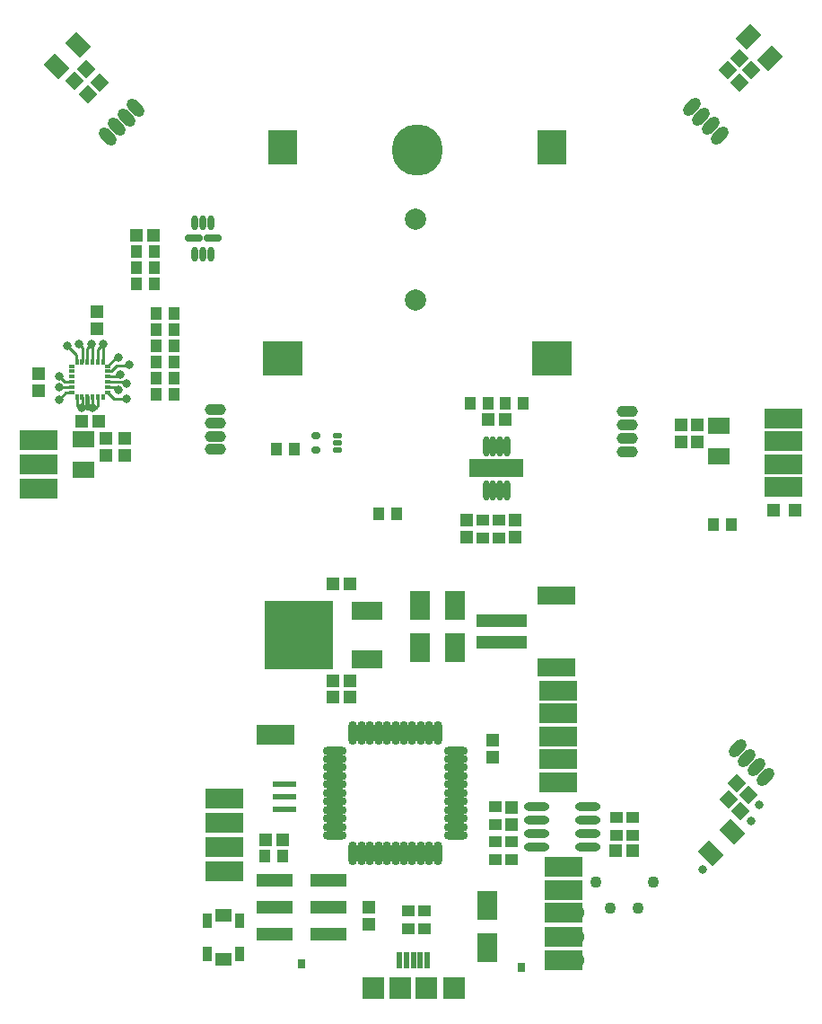
<source format=gbs>
G04 Layer_Color=16711935*
%FSAX24Y24*%
%MOIN*%
G70*
G01*
G75*
%ADD11C,0.0150*%
%ADD19C,0.0100*%
%ADD29C,0.0250*%
%ADD30C,0.1900*%
%ADD85O,0.0260X0.0560*%
%ADD86O,0.0680X0.0280*%
%ADD87O,0.0780X0.0430*%
G04:AMPARAMS|DCode=88|XSize=78mil|YSize=43mil|CornerRadius=0mil|HoleSize=0mil|Usage=FLASHONLY|Rotation=45.000|XOffset=0mil|YOffset=0mil|HoleType=Round|Shape=Round|*
%AMOVALD88*
21,1,0.0350,0.0430,0.0000,0.0000,45.0*
1,1,0.0430,-0.0124,-0.0124*
1,1,0.0430,0.0124,0.0124*
%
%ADD88OVALD88*%

G04:AMPARAMS|DCode=89|XSize=78mil|YSize=43mil|CornerRadius=0mil|HoleSize=0mil|Usage=FLASHONLY|Rotation=135.000|XOffset=0mil|YOffset=0mil|HoleType=Round|Shape=Round|*
%AMOVALD89*
21,1,0.0350,0.0430,0.0000,0.0000,135.0*
1,1,0.0430,0.0124,-0.0124*
1,1,0.0430,-0.0124,0.0124*
%
%ADD89OVALD89*%

%ADD90R,0.2000X0.0700*%
%ADD91R,0.0280X0.0320*%
%ADD92R,0.0215X0.0612*%
G04:AMPARAMS|DCode=93|XSize=23.7mil|YSize=33.6mil|CornerRadius=6mil|HoleSize=0mil|Usage=FLASHONLY|Rotation=90.000|XOffset=0mil|YOffset=0mil|HoleType=Round|Shape=RoundedRectangle|*
%AMROUNDEDRECTD93*
21,1,0.0237,0.0217,0,0,90.0*
21,1,0.0118,0.0336,0,0,90.0*
1,1,0.0119,0.0108,0.0059*
1,1,0.0119,0.0108,-0.0059*
1,1,0.0119,-0.0108,-0.0059*
1,1,0.0119,-0.0108,0.0059*
%
%ADD93ROUNDEDRECTD93*%
G04:AMPARAMS|DCode=94|XSize=21.5mil|YSize=33.6mil|CornerRadius=5.7mil|HoleSize=0mil|Usage=FLASHONLY|Rotation=90.000|XOffset=0mil|YOffset=0mil|HoleType=Round|Shape=RoundedRectangle|*
%AMROUNDEDRECTD94*
21,1,0.0215,0.0222,0,0,90.0*
21,1,0.0101,0.0336,0,0,90.0*
1,1,0.0114,0.0111,0.0051*
1,1,0.0114,0.0111,-0.0051*
1,1,0.0114,-0.0111,-0.0051*
1,1,0.0114,-0.0111,0.0051*
%
%ADD94ROUNDEDRECTD94*%
%ADD95R,0.0434X0.0474*%
%ADD96R,0.0513X0.0513*%
%ADD97R,0.0749X0.1064*%
%ADD98R,0.0474X0.0474*%
%ADD99R,0.0828X0.0828*%
%ADD100R,0.0474X0.0434*%
%ADD101R,0.0474X0.0474*%
G04:AMPARAMS|DCode=102|XSize=15.7mil|YSize=21.7mil|CornerRadius=0mil|HoleSize=0mil|Usage=FLASHONLY|Rotation=270.000|XOffset=0mil|YOffset=0mil|HoleType=Round|Shape=Octagon|*
%AMOCTAGOND102*
4,1,8,0.0108,0.0039,0.0108,-0.0039,0.0069,-0.0079,-0.0069,-0.0079,-0.0108,-0.0039,-0.0108,0.0039,-0.0069,0.0079,0.0069,0.0079,0.0108,0.0039,0.0*
%
%ADD102OCTAGOND102*%

%ADD103R,0.0217X0.0157*%
%ADD104R,0.0216X0.0157*%
G04:AMPARAMS|DCode=105|XSize=15.7mil|YSize=21.6mil|CornerRadius=0mil|HoleSize=0mil|Usage=FLASHONLY|Rotation=270.000|XOffset=0mil|YOffset=0mil|HoleType=Round|Shape=Octagon|*
%AMOCTAGOND105*
4,1,8,0.0108,0.0039,0.0108,-0.0039,0.0069,-0.0079,-0.0069,-0.0079,-0.0108,-0.0039,-0.0108,0.0039,-0.0069,0.0079,0.0069,0.0079,0.0108,0.0039,0.0*
%
%ADD105OCTAGOND105*%

%ADD106R,0.0157X0.0217*%
G04:AMPARAMS|DCode=107|XSize=15.7mil|YSize=21.7mil|CornerRadius=0mil|HoleSize=0mil|Usage=FLASHONLY|Rotation=180.000|XOffset=0mil|YOffset=0mil|HoleType=Round|Shape=Octagon|*
%AMOCTAGOND107*
4,1,8,0.0039,-0.0108,-0.0039,-0.0108,-0.0079,-0.0069,-0.0079,0.0069,-0.0039,0.0108,0.0039,0.0108,0.0079,0.0069,0.0079,-0.0069,0.0039,-0.0108,0.0*
%
%ADD107OCTAGOND107*%

%ADD108R,0.0907X0.0237*%
%ADD109R,0.0631X0.0454*%
%ADD110R,0.0375X0.0533*%
%ADD111O,0.0257X0.0749*%
%ADD112R,0.0824X0.0698*%
%ADD113R,0.1430X0.0780*%
%ADD114R,0.1104X0.1261*%
%ADD115R,0.1497X0.1261*%
%ADD116R,0.1320X0.0474*%
%ADD117O,0.0316X0.0887*%
%ADD118O,0.0887X0.0316*%
%ADD119O,0.0946X0.0316*%
%ADD120R,0.1182X0.0671*%
%ADD121R,0.2560X0.2560*%
G04:AMPARAMS|DCode=122|XSize=78.9mil|YSize=59.2mil|CornerRadius=0mil|HoleSize=0mil|Usage=FLASHONLY|Rotation=315.000|XOffset=0mil|YOffset=0mil|HoleType=Round|Shape=Rectangle|*
%AMROTATEDRECTD122*
4,1,4,-0.0488,0.0070,-0.0070,0.0488,0.0488,-0.0070,0.0070,-0.0488,-0.0488,0.0070,0.0*
%
%ADD122ROTATEDRECTD122*%

G04:AMPARAMS|DCode=123|XSize=78.9mil|YSize=59.2mil|CornerRadius=0mil|HoleSize=0mil|Usage=FLASHONLY|Rotation=225.000|XOffset=0mil|YOffset=0mil|HoleType=Round|Shape=Rectangle|*
%AMROTATEDRECTD123*
4,1,4,0.0070,0.0488,0.0488,0.0070,-0.0070,-0.0488,-0.0488,-0.0070,0.0070,0.0488,0.0*
%
%ADD123ROTATEDRECTD123*%

%ADD124R,0.0789X0.0592*%
%ADD125P,0.0670X4X360.0*%
%ADD126P,0.0670X4X270.0*%
%ADD127R,0.1419X0.0710*%
%ADD128R,0.1891X0.0474*%
%ADD129C,0.0789*%
%ADD130C,0.0604*%
%ADD131C,0.0330*%
%ADD132C,0.0430*%
D11*
X017150Y032250D02*
Y032650D01*
D19*
X016100Y033400D02*
X016300Y033200D01*
X016600D01*
X016100Y033005D02*
X016595D01*
X016100Y032550D02*
X016350Y032800D01*
X016600D01*
X018550Y033200D02*
X018600Y033150D01*
X018200Y033400D02*
X018300Y033500D01*
X017900Y033400D02*
X018200D01*
X018250Y033800D02*
X018600D01*
X018050Y033600D02*
X018250Y033800D01*
X017950Y033600D02*
X018050D01*
X018550Y033200D02*
X018600Y033150D01*
X018550Y033200D02*
X018600Y033150D01*
X017900Y033200D02*
X018550D01*
X018200Y033000D02*
X018300Y032900D01*
X017900Y033000D02*
X018200D01*
X018140Y032580D02*
X018530D01*
X017900Y032820D02*
X018140Y032580D01*
X018220Y034100D02*
X018300D01*
X018220D02*
X018300D01*
X017910Y033790D02*
X018220Y034100D01*
X017750Y033960D02*
Y034600D01*
X017300D02*
X017350Y034550D01*
X017300Y034600D02*
X017350Y034550D01*
Y033940D02*
Y034550D01*
X016850Y034600D02*
X016960Y034490D01*
Y033930D02*
Y034490D01*
X016400Y034550D02*
X016750Y034200D01*
Y033960D02*
Y034200D01*
X016960Y032260D02*
Y032650D01*
X017350Y032250D02*
Y032650D01*
X017150Y033960D02*
Y034450D01*
X017300Y034600D01*
X017550Y033960D02*
Y034400D01*
X017750Y034600D01*
X016760Y032350D02*
Y032640D01*
Y032350D02*
X016850Y032260D01*
X016960D01*
X017550Y032330D02*
Y032640D01*
X017470Y032250D02*
X017550Y032330D01*
X017350Y032250D02*
X017470D01*
X018530Y032580D02*
X018600Y032650D01*
D29*
X032550Y030150D02*
D03*
Y029850D02*
D03*
X032150D02*
D03*
Y030150D02*
D03*
D30*
X029400Y041800D02*
D03*
D85*
X021150Y037950D02*
D03*
X021750D02*
D03*
X021450D02*
D03*
X021750Y039100D02*
D03*
X021450D02*
D03*
X021150D02*
D03*
D86*
X021800Y038550D02*
D03*
X021100D02*
D03*
D87*
X037200Y030624D02*
D03*
Y031116D02*
D03*
Y031608D02*
D03*
Y032100D02*
D03*
X021900Y032176D02*
D03*
Y031684D02*
D03*
Y031192D02*
D03*
Y030700D02*
D03*
D88*
X040644Y042356D02*
D03*
X040296Y042704D02*
D03*
X039948Y043052D02*
D03*
X039600Y043400D02*
D03*
X042344Y018556D02*
D03*
X041996Y018904D02*
D03*
X041648Y019252D02*
D03*
X041300Y019600D02*
D03*
D89*
X018948Y043362D02*
D03*
X018600Y043014D02*
D03*
X018252Y042666D02*
D03*
X017904Y042318D02*
D03*
D90*
X032350Y030000D02*
D03*
D91*
X033280Y011480D02*
D03*
X025100Y011620D02*
D03*
D92*
X029263Y011750D02*
D03*
X029519D02*
D03*
X029775D02*
D03*
X029007Y011750D02*
D03*
X028751Y011750D02*
D03*
D93*
X025646Y031206D02*
D03*
Y030694D02*
D03*
D94*
X026454D02*
D03*
Y030950D02*
D03*
Y031206D02*
D03*
D95*
X024165Y030700D02*
D03*
X024835D02*
D03*
X040415Y027900D02*
D03*
X041085D02*
D03*
X027965Y028300D02*
D03*
X028635D02*
D03*
X020385Y035750D02*
D03*
X019715D02*
D03*
X020385Y035150D02*
D03*
X019715D02*
D03*
X020385Y034550D02*
D03*
X019715D02*
D03*
X020385Y033950D02*
D03*
X019715D02*
D03*
X020385Y033350D02*
D03*
X019715D02*
D03*
X020385Y032750D02*
D03*
X019715D02*
D03*
X023745Y015600D02*
D03*
X024415D02*
D03*
X032035Y032400D02*
D03*
X031365D02*
D03*
X032665D02*
D03*
X033335D02*
D03*
X018965Y038050D02*
D03*
X019635Y038050D02*
D03*
X018965Y037450D02*
D03*
X019635D02*
D03*
X018965Y036850D02*
D03*
X019635Y036850D02*
D03*
D96*
X043444Y028450D02*
D03*
X042656D02*
D03*
D97*
X032000Y012200D02*
D03*
Y013775D02*
D03*
X030800Y024923D02*
D03*
Y023348D02*
D03*
X029500Y024923D02*
D03*
Y023348D02*
D03*
D98*
X026915Y021500D02*
D03*
X026285D02*
D03*
X026915Y022100D02*
D03*
X026285Y022100D02*
D03*
X026285Y025700D02*
D03*
X026915D02*
D03*
X016935Y031750D02*
D03*
X017565D02*
D03*
X024395Y016200D02*
D03*
X023765D02*
D03*
X032035Y031800D02*
D03*
X032665D02*
D03*
X037415Y015800D02*
D03*
X036785Y015800D02*
D03*
X018985Y038650D02*
D03*
X019615Y038650D02*
D03*
D99*
X030759Y010697D02*
D03*
X029735D02*
D03*
X028791D02*
D03*
X027767D02*
D03*
D100*
X029680Y013585D02*
D03*
X029680Y012915D02*
D03*
X029090Y013585D02*
D03*
Y012915D02*
D03*
X031850Y028085D02*
D03*
X031850Y027415D02*
D03*
X032450Y028085D02*
D03*
Y027415D02*
D03*
X032300Y016135D02*
D03*
Y015465D02*
D03*
X032300Y016765D02*
D03*
Y017435D02*
D03*
X032900Y015465D02*
D03*
Y016135D02*
D03*
X037400Y017035D02*
D03*
X037400Y016365D02*
D03*
X036800Y016365D02*
D03*
Y017035D02*
D03*
D101*
X015350Y033515D02*
D03*
X015350Y032885D02*
D03*
X017500Y035185D02*
D03*
Y035815D02*
D03*
X032200Y019915D02*
D03*
Y019285D02*
D03*
X027600Y013715D02*
D03*
Y013085D02*
D03*
X031250Y028065D02*
D03*
Y027435D02*
D03*
X033050D02*
D03*
Y028065D02*
D03*
X032900Y016785D02*
D03*
Y017415D02*
D03*
X018550Y030485D02*
D03*
Y031115D02*
D03*
X017850Y030485D02*
D03*
Y031115D02*
D03*
X039800Y030985D02*
D03*
Y031615D02*
D03*
X039200Y030985D02*
D03*
Y031615D02*
D03*
D102*
X017909Y032808D02*
D03*
Y033792D02*
D03*
X016591D02*
D03*
D103*
X017909Y033005D02*
D03*
Y033202D02*
D03*
Y033398D02*
D03*
Y033595D02*
D03*
X016591D02*
D03*
X016591Y033398D02*
D03*
X016591Y033202D02*
D03*
D104*
Y033005D02*
D03*
D105*
X016591Y032808D02*
D03*
D106*
X017152Y032641D02*
D03*
X016955Y032641D02*
D03*
X017348D02*
D03*
X017545D02*
D03*
Y033959D02*
D03*
X017348D02*
D03*
X016955D02*
D03*
X017152D02*
D03*
D107*
X016758Y032641D02*
D03*
X017742D02*
D03*
Y033959D02*
D03*
X016758D02*
D03*
D108*
X024480Y017328D02*
D03*
Y017800D02*
D03*
Y018272D02*
D03*
D109*
X022200Y011783D02*
D03*
Y013417D02*
D03*
D110*
X022800Y011980D02*
D03*
X021600Y013220D02*
D03*
Y011980D02*
D03*
X022800Y013220D02*
D03*
D111*
X032734Y029173D02*
D03*
X032478Y029173D02*
D03*
X032222Y029173D02*
D03*
X031966Y029173D02*
D03*
X032734Y030827D02*
D03*
X032478D02*
D03*
X032222Y030827D02*
D03*
X031966Y030827D02*
D03*
D112*
X032350Y030000D02*
D03*
D113*
X034850Y011750D02*
D03*
Y012600D02*
D03*
Y013500D02*
D03*
Y015200D02*
D03*
X034650Y018350D02*
D03*
Y019200D02*
D03*
Y020050D02*
D03*
Y020900D02*
D03*
Y021750D02*
D03*
X034850Y014350D02*
D03*
X043000Y031000D02*
D03*
X015350Y031050D02*
D03*
Y030150D02*
D03*
X043000Y029300D02*
D03*
X024150Y020100D02*
D03*
X022250Y017750D02*
D03*
Y016850D02*
D03*
Y015950D02*
D03*
Y015050D02*
D03*
X043000Y031850D02*
D03*
Y030150D02*
D03*
X015350Y029250D02*
D03*
D114*
X034400Y041900D02*
D03*
X024400D02*
D03*
D115*
X034400Y034065D02*
D03*
X024400D02*
D03*
D116*
X026100Y014700D02*
D03*
X024100Y014700D02*
D03*
X026100Y013700D02*
D03*
X024100D02*
D03*
X026100Y012700D02*
D03*
X024100D02*
D03*
D117*
X030168Y015706D02*
D03*
X029853D02*
D03*
X029538D02*
D03*
X029223D02*
D03*
X028908D02*
D03*
X028593D02*
D03*
X028278D02*
D03*
X027963D02*
D03*
X027648D02*
D03*
X027333D02*
D03*
X027018D02*
D03*
X027018Y020194D02*
D03*
X027333D02*
D03*
X027648D02*
D03*
X027963D02*
D03*
X028278D02*
D03*
X028593D02*
D03*
X028908Y020194D02*
D03*
X029223Y020194D02*
D03*
X029538D02*
D03*
X029853Y020194D02*
D03*
X030168Y020194D02*
D03*
D118*
X026349Y016375D02*
D03*
Y016690D02*
D03*
Y017005D02*
D03*
Y017320D02*
D03*
Y017635D02*
D03*
Y017950D02*
D03*
Y018265D02*
D03*
Y018580D02*
D03*
Y018895D02*
D03*
Y019210D02*
D03*
Y019525D02*
D03*
X030837D02*
D03*
Y019210D02*
D03*
Y018895D02*
D03*
Y018580D02*
D03*
Y018265D02*
D03*
Y017950D02*
D03*
Y017635D02*
D03*
Y017320D02*
D03*
Y017005D02*
D03*
X030837Y016690D02*
D03*
X030837Y016375D02*
D03*
D119*
X033855Y015950D02*
D03*
X033855Y016450D02*
D03*
X033855Y016950D02*
D03*
Y017450D02*
D03*
X035745Y015950D02*
D03*
Y016450D02*
D03*
Y016950D02*
D03*
Y017450D02*
D03*
D120*
X027534Y024698D02*
D03*
Y022902D02*
D03*
D121*
X024994Y023800D02*
D03*
D122*
X016804Y045704D02*
D03*
X015996Y044896D02*
D03*
X040296Y015696D02*
D03*
X041104Y016504D02*
D03*
D123*
X042504Y045196D02*
D03*
X041696Y046004D02*
D03*
D124*
X017000Y029929D02*
D03*
Y031071D02*
D03*
X040600Y030429D02*
D03*
Y031571D02*
D03*
D125*
X017623Y044323D02*
D03*
X017177Y043877D02*
D03*
X017123Y044823D02*
D03*
X016677Y044377D02*
D03*
D126*
X041823Y044777D02*
D03*
X041377Y045223D02*
D03*
X041373Y044327D02*
D03*
X040927Y044773D02*
D03*
X041723Y017877D02*
D03*
X041277Y018323D02*
D03*
X041423Y017277D02*
D03*
X040977Y017723D02*
D03*
D127*
X034591Y025289D02*
D03*
Y022611D02*
D03*
D128*
X032543Y024344D02*
D03*
Y023556D02*
D03*
D129*
X029350Y036254D02*
D03*
Y039246D02*
D03*
D130*
X035300Y013500D02*
D03*
Y012600D02*
D03*
Y011750D02*
D03*
D131*
X016100Y033400D02*
D03*
Y033005D02*
D03*
Y032550D02*
D03*
X016400Y034550D02*
D03*
X017300Y034600D02*
D03*
X017750D02*
D03*
X018300Y034100D02*
D03*
X018600Y033150D02*
D03*
X018300Y032900D02*
D03*
X042100Y017500D02*
D03*
X041800Y016900D02*
D03*
X040000Y015100D02*
D03*
X016950Y032250D02*
D03*
X017350D02*
D03*
X016850Y034600D02*
D03*
X018600Y032580D02*
D03*
X018380Y033490D02*
D03*
X018700Y033850D02*
D03*
D132*
X036030Y014630D02*
D03*
X036580Y013670D02*
D03*
X037620D02*
D03*
X038170Y014630D02*
D03*
M02*

</source>
